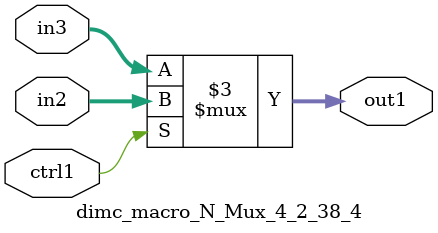
<source format=v>

`timescale 1ps / 1ps


module dimc_macro_N_Mux_4_2_38_4( in3, in2, ctrl1, out1 );

    input [3:0] in3;
    input [3:0] in2;
    input ctrl1;
    output [3:0] out1;
    reg [3:0] out1;

    
    // rtl_process:dimc_macro_N_Mux_4_2_38_4/dimc_macro_N_Mux_4_2_38_4_thread_1
    always @*
      begin : dimc_macro_N_Mux_4_2_38_4_thread_1
        case (ctrl1) 
          1'b1: 
            begin
              out1 = in2;
            end
          default: 
            begin
              out1 = in3;
            end
        endcase
      end

endmodule





</source>
